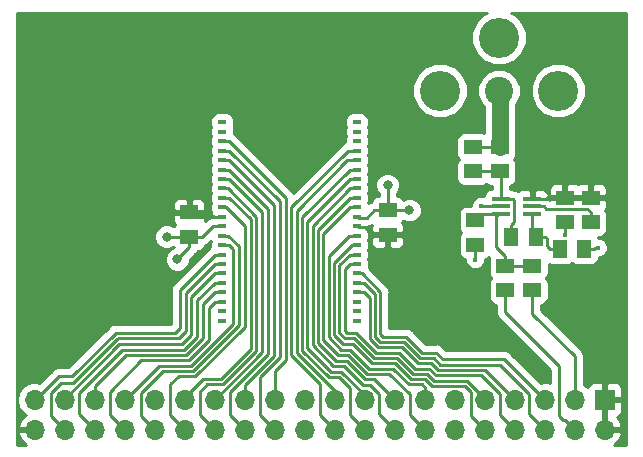
<source format=gbr>
G04 #@! TF.GenerationSoftware,KiCad,Pcbnew,(5.0.0-rc2-dev-321-g78161b592)*
G04 #@! TF.CreationDate,2018-04-15T21:01:50-04:00*
G04 #@! TF.ProjectId,VideoDACRAM,566964656F44414352414D2E6B696361,rev?*
G04 #@! TF.SameCoordinates,Original*
G04 #@! TF.FileFunction,Copper,L1,Top,Signal*
G04 #@! TF.FilePolarity,Positive*
%FSLAX46Y46*%
G04 Gerber Fmt 4.6, Leading zero omitted, Abs format (unit mm)*
G04 Created by KiCad (PCBNEW (5.0.0-rc2-dev-321-g78161b592)) date 04/15/18 21:01:50*
%MOMM*%
%LPD*%
G01*
G04 APERTURE LIST*
%ADD10C,2.400000*%
%ADD11C,3.400000*%
%ADD12R,1.500000X1.145000*%
%ADD13R,0.700000X0.400000*%
%ADD14R,1.700000X1.700000*%
%ADD15O,1.700000X1.700000*%
%ADD16R,1.145000X1.500000*%
%ADD17R,1.500000X0.400000*%
%ADD18C,0.381000*%
%ADD19C,0.800000*%
%ADD20C,0.254000*%
%ADD21C,0.250000*%
%ADD22C,1.400000*%
G04 APERTURE END LIST*
D10*
X129540000Y-57332000D03*
D11*
X129540000Y-52832000D03*
X134540000Y-57332000D03*
X124540000Y-57332000D03*
D12*
X103300000Y-67600000D03*
X103300000Y-69685000D03*
D13*
X106100000Y-60000000D03*
X106100000Y-60800000D03*
X106100000Y-61600000D03*
X106100000Y-62400000D03*
X106100000Y-63200000D03*
X106100000Y-64000000D03*
X106100000Y-64800000D03*
X106100000Y-65600000D03*
X106100000Y-66400000D03*
X106100000Y-67200000D03*
X106100000Y-68000000D03*
X106100000Y-68800000D03*
X106100000Y-69600000D03*
X106100000Y-70400000D03*
X106100000Y-71200000D03*
X106100000Y-72000000D03*
X106100000Y-72800000D03*
X106100000Y-73600000D03*
X106100000Y-74400000D03*
X106100000Y-75200000D03*
X106100000Y-76000000D03*
X106100000Y-76800000D03*
X117500000Y-76800000D03*
X117500000Y-76000000D03*
X117500000Y-75200000D03*
X117500000Y-74400000D03*
X117500000Y-73600000D03*
X117500000Y-72800000D03*
X117500000Y-72000000D03*
X117500000Y-71200000D03*
X117500000Y-70400000D03*
X117500000Y-69600000D03*
X117500000Y-68800000D03*
X117500000Y-68000000D03*
X117500000Y-67200000D03*
X117500000Y-66400000D03*
X117500000Y-65600000D03*
X117500000Y-64800000D03*
X117500000Y-64000000D03*
X117500000Y-63200000D03*
X117500000Y-62400000D03*
X117500000Y-61600000D03*
X117500000Y-60800000D03*
X117500000Y-60000000D03*
D12*
X130048000Y-72136000D03*
X130048000Y-74221000D03*
X132334000Y-74221000D03*
X132334000Y-72136000D03*
X135114000Y-66377500D03*
X135114000Y-68462500D03*
X120100000Y-69530000D03*
X120100000Y-67445000D03*
D14*
X138500000Y-83500000D03*
D15*
X138500000Y-86040000D03*
X135960000Y-83500000D03*
X135960000Y-86040000D03*
X133420000Y-83500000D03*
X133420000Y-86040000D03*
X130880000Y-83500000D03*
X130880000Y-86040000D03*
X128340000Y-83500000D03*
X128340000Y-86040000D03*
X125800000Y-83500000D03*
X125800000Y-86040000D03*
X123260000Y-83500000D03*
X123260000Y-86040000D03*
X120720000Y-83500000D03*
X120720000Y-86040000D03*
X118180000Y-83500000D03*
X118180000Y-86040000D03*
X115640000Y-83500000D03*
X115640000Y-86040000D03*
X113100000Y-83500000D03*
X113100000Y-86040000D03*
X110560000Y-83500000D03*
X110560000Y-86040000D03*
X108020000Y-83500000D03*
X108020000Y-86040000D03*
X105480000Y-83500000D03*
X105480000Y-86040000D03*
X102940000Y-83500000D03*
X102940000Y-86040000D03*
X100400000Y-83500000D03*
X100400000Y-86040000D03*
X97860000Y-83500000D03*
X97860000Y-86040000D03*
X95320000Y-83500000D03*
X95320000Y-86040000D03*
X92780000Y-83500000D03*
X92780000Y-86040000D03*
X90240000Y-83500000D03*
X90240000Y-86040000D03*
D12*
X127508000Y-68299500D03*
X127508000Y-70384500D03*
D16*
X134671500Y-70720000D03*
X136756500Y-70720000D03*
X130571500Y-69720000D03*
X132656500Y-69720000D03*
D12*
X137314000Y-68462500D03*
X137314000Y-66377500D03*
X129614000Y-64162500D03*
X129614000Y-62077500D03*
X127314000Y-62077500D03*
X127314000Y-64162500D03*
D17*
X129684000Y-66470000D03*
X129684000Y-67120000D03*
X129684000Y-67770000D03*
X132344000Y-67770000D03*
X132344000Y-67120000D03*
X132344000Y-66470000D03*
D18*
X127508000Y-71628000D03*
X137922000Y-70612000D03*
X135114000Y-69582000D03*
X128016000Y-67056000D03*
D19*
X102300000Y-71600000D03*
X101385000Y-69685000D03*
X121955000Y-67445000D03*
X120100000Y-65300000D03*
D20*
X135114000Y-66377500D02*
X137314000Y-66377500D01*
X132344000Y-66470000D02*
X135021500Y-66470000D01*
X135021500Y-66470000D02*
X135114000Y-66377500D01*
D21*
X106100000Y-68000000D02*
X103700000Y-68000000D01*
X103700000Y-68000000D02*
X103300000Y-67600000D01*
X103609357Y-67909357D02*
X103300000Y-67600000D01*
D20*
X127508000Y-70384500D02*
X127508000Y-71628000D01*
X137691000Y-70612000D02*
X137922000Y-70612000D01*
X136756500Y-70720000D02*
X137583000Y-70720000D01*
X137583000Y-70720000D02*
X137691000Y-70612000D01*
X135114000Y-69289000D02*
X135114000Y-69582000D01*
X135114000Y-68462500D02*
X135114000Y-69289000D01*
X135114000Y-69289000D02*
X135128000Y-69303000D01*
X128080000Y-67120000D02*
X128016000Y-67056000D01*
X129684000Y-67120000D02*
X128080000Y-67120000D01*
D21*
X105300000Y-68800000D02*
X104415000Y-69685000D01*
X104415000Y-69685000D02*
X103300000Y-69685000D01*
X106100000Y-68800000D02*
X105300000Y-68800000D01*
X103300000Y-69685000D02*
X103300000Y-70600000D01*
X103300000Y-70600000D02*
X102300000Y-71600000D01*
X103300000Y-69685000D02*
X101385000Y-69685000D01*
X120100000Y-67445000D02*
X121955000Y-67445000D01*
X120100000Y-67445000D02*
X120100000Y-65300000D01*
X124383202Y-80974970D02*
X128354970Y-80974970D01*
X128354970Y-80974970D02*
X130880000Y-83500000D01*
X122645602Y-80399962D02*
X123808194Y-80399962D01*
X121295574Y-79049934D02*
X122645602Y-80399962D01*
X123808194Y-80399962D02*
X124383202Y-80974970D01*
X118600000Y-78345130D02*
X119304803Y-79049933D01*
X119304803Y-79049933D02*
X121295574Y-79049934D01*
X118600000Y-74900000D02*
X118600000Y-78345130D01*
X117500000Y-74400000D02*
X118100000Y-74400000D01*
X118100000Y-74400000D02*
X118600000Y-74900000D01*
X121481975Y-78599925D02*
X122832002Y-79949952D01*
X119499924Y-78599924D02*
X121481975Y-78599925D01*
X119050010Y-78150010D02*
X119499924Y-78599924D01*
X119050010Y-74550010D02*
X119050010Y-78150010D01*
X117500000Y-73600000D02*
X118100000Y-73600000D01*
X118100000Y-73600000D02*
X119050010Y-74550010D01*
X122832002Y-79949952D02*
X123994594Y-79949952D01*
X123994594Y-79949952D02*
X124569602Y-80524960D01*
X124569602Y-80524960D02*
X129624960Y-80524960D01*
X129624960Y-80524960D02*
X132100000Y-83000000D01*
X132100000Y-83000000D02*
X132100000Y-84720000D01*
X132100000Y-84720000D02*
X132570001Y-85190001D01*
X132570001Y-85190001D02*
X133420000Y-86040000D01*
X124180995Y-79499943D02*
X124756002Y-80074950D01*
X124756002Y-80074950D02*
X129994950Y-80074950D01*
X129994950Y-80074950D02*
X132570001Y-82650001D01*
X132570001Y-82650001D02*
X133420000Y-83500000D01*
X121668376Y-78149916D02*
X123018402Y-79499942D01*
X123018402Y-79499942D02*
X124180995Y-79499943D01*
X119500020Y-77963610D02*
X119686325Y-78149915D01*
X119686325Y-78149915D02*
X121668376Y-78149916D01*
X117936410Y-72800000D02*
X119500020Y-74363610D01*
X117500000Y-72800000D02*
X117936410Y-72800000D01*
X119500020Y-74363610D02*
X119500020Y-77963610D01*
X117468450Y-77849990D02*
X119118402Y-79499942D01*
X129600000Y-84760000D02*
X130880000Y-86040000D01*
X116686400Y-77849990D02*
X117468450Y-77849990D01*
X116900000Y-72000000D02*
X116500000Y-72400000D01*
X116500000Y-77663590D02*
X116686400Y-77849990D01*
X116500000Y-72400000D02*
X116500000Y-77663590D01*
X124196802Y-81424980D02*
X128003982Y-81424980D01*
X117500000Y-72000000D02*
X116900000Y-72000000D01*
X119118402Y-79499942D02*
X121109173Y-79499943D01*
X121109173Y-79499943D02*
X122459201Y-80849971D01*
X122459201Y-80849971D02*
X123621794Y-80849972D01*
X123621794Y-80849972D02*
X124196802Y-81424980D01*
X128003982Y-81424980D02*
X129600000Y-83020998D01*
X129600000Y-83020998D02*
X129600000Y-84760000D01*
X111500000Y-66400000D02*
X111500000Y-80100000D01*
X106100000Y-61600000D02*
X106700000Y-61600000D01*
X106700000Y-61600000D02*
X111500000Y-66400000D01*
X111500000Y-80100000D02*
X110560000Y-81040000D01*
X110560000Y-81040000D02*
X110560000Y-83500000D01*
X111000000Y-67200000D02*
X111000000Y-79900000D01*
X106100000Y-62400000D02*
X106700000Y-62400000D01*
X106700000Y-62400000D02*
X111000000Y-66700000D01*
X111000000Y-66700000D02*
X111000000Y-67200000D01*
X111000000Y-79900000D02*
X109300000Y-81600000D01*
X109300000Y-81600000D02*
X109300000Y-84780000D01*
X109300000Y-84780000D02*
X110560000Y-86040000D01*
X110500000Y-67000000D02*
X110500000Y-79763590D01*
X106100000Y-63200000D02*
X106700000Y-63200000D01*
X106700000Y-63200000D02*
X110500000Y-67000000D01*
X108020000Y-82243590D02*
X108020000Y-83500000D01*
X110500000Y-79763590D02*
X108020000Y-82243590D01*
X110000000Y-67500000D02*
X110000000Y-79627180D01*
X106100000Y-64000000D02*
X106700000Y-64000000D01*
X106700000Y-64000000D02*
X110000000Y-67300000D01*
X110000000Y-67300000D02*
X110000000Y-67500000D01*
X110000000Y-79627180D02*
X106800000Y-82827180D01*
X106800000Y-84820000D02*
X108020000Y-86040000D01*
X106800000Y-82827180D02*
X106800000Y-84820000D01*
X109500000Y-68500000D02*
X109500000Y-79480000D01*
X106100000Y-64800000D02*
X106700000Y-64800000D01*
X106700000Y-64800000D02*
X109500000Y-67600000D01*
X109500000Y-67600000D02*
X109500000Y-68500000D01*
X109500000Y-79480000D02*
X105480000Y-83500000D01*
X109000000Y-68700000D02*
X109000000Y-79343590D01*
X106600000Y-65600000D02*
X109000000Y-68000000D01*
X109000000Y-68000000D02*
X109000000Y-68700000D01*
X106100000Y-65600000D02*
X106600000Y-65600000D01*
X104800000Y-82200000D02*
X104200000Y-82800000D01*
X106143590Y-82200000D02*
X104800000Y-82200000D01*
X109000000Y-79343590D02*
X106143590Y-82200000D01*
X104200000Y-82800000D02*
X104200000Y-84760000D01*
X104200000Y-84760000D02*
X105480000Y-86040000D01*
X118165500Y-68865500D02*
X118830000Y-69530000D01*
X118830000Y-69530000D02*
X120100000Y-69530000D01*
X117556143Y-68865500D02*
X118165500Y-68865500D01*
X118334500Y-68065500D02*
X118955000Y-67445000D01*
X118955000Y-67445000D02*
X120100000Y-67445000D01*
X117556143Y-68065500D02*
X118334500Y-68065500D01*
X104500000Y-81700000D02*
X102940000Y-83260000D01*
X106007180Y-81700000D02*
X104500000Y-81700000D01*
X108500000Y-79207180D02*
X106007180Y-81700000D01*
X108500000Y-68200000D02*
X108500000Y-79207180D01*
X106100000Y-66400000D02*
X106700000Y-66400000D01*
X106700000Y-66400000D02*
X108500000Y-68200000D01*
X102940000Y-83260000D02*
X102940000Y-83500000D01*
X108000000Y-69000000D02*
X108000000Y-77318466D01*
X106100000Y-67200000D02*
X106435002Y-67200000D01*
X106435002Y-67200000D02*
X108000000Y-68764998D01*
X108000000Y-68764998D02*
X108000000Y-69000000D01*
X108000000Y-77318466D02*
X103818400Y-81500066D01*
X102399934Y-81500066D02*
X101700000Y-82200000D01*
X101700000Y-84800000D02*
X102940000Y-86040000D01*
X103818400Y-81500066D02*
X102399934Y-81500066D01*
X101700000Y-82200000D02*
X101700000Y-84800000D01*
X107500000Y-70500000D02*
X107500000Y-77182055D01*
X106100000Y-69600000D02*
X106600000Y-69600000D01*
X106600000Y-69600000D02*
X107500000Y-70500000D01*
X99200000Y-82960998D02*
X99200000Y-84840000D01*
X99200000Y-84840000D02*
X100400000Y-86040000D01*
X103632000Y-81050055D02*
X101110943Y-81050055D01*
X101110943Y-81050055D02*
X99200000Y-82960998D01*
X107500000Y-77182055D02*
X103632000Y-81050055D01*
X107000000Y-71100000D02*
X107000000Y-77045644D01*
X106100000Y-70400000D02*
X106700000Y-70400000D01*
X106700000Y-70400000D02*
X107000000Y-70700000D01*
X107000000Y-70700000D02*
X107000000Y-71100000D01*
X100759956Y-80600044D02*
X97860000Y-83500000D01*
X103445600Y-80600044D02*
X100759956Y-80600044D01*
X107000000Y-77045644D02*
X103445600Y-80600044D01*
X102500000Y-74400000D02*
X102500000Y-77400000D01*
X106100000Y-71200000D02*
X105500000Y-71200000D01*
X105500000Y-71200000D02*
X102500000Y-74200000D01*
X102500000Y-74200000D02*
X102500000Y-74400000D01*
X97100000Y-77800000D02*
X93400000Y-81500000D01*
X102100000Y-77800000D02*
X97100000Y-77800000D01*
X102500000Y-77400000D02*
X102100000Y-77800000D01*
X93400000Y-81500000D02*
X92240000Y-81500000D01*
X92240000Y-81500000D02*
X90240000Y-83500000D01*
X103049989Y-77650011D02*
X103049989Y-74700000D01*
X106100000Y-72000000D02*
X105500000Y-72000000D01*
X105500000Y-72000000D02*
X103049989Y-74450011D01*
X103049989Y-74450011D02*
X103049989Y-74700000D01*
X97213599Y-78349991D02*
X97250009Y-78349991D01*
X93463590Y-82100000D02*
X97213599Y-78349991D01*
X92440998Y-82100000D02*
X93463590Y-82100000D01*
X91604999Y-82935999D02*
X92440998Y-82100000D01*
X92780000Y-86040000D02*
X91604999Y-84864999D01*
X91604999Y-84864999D02*
X91604999Y-82935999D01*
X97250009Y-78349991D02*
X97300000Y-78300000D01*
X97300000Y-78300000D02*
X102400000Y-78300000D01*
X102400000Y-78300000D02*
X103049989Y-77650011D01*
X103500000Y-75000000D02*
X103500000Y-78000000D01*
X106100000Y-72800000D02*
X105500000Y-72800000D01*
X105500000Y-72800000D02*
X103500000Y-74800000D01*
X103500000Y-74800000D02*
X103500000Y-75000000D01*
X103500000Y-78000000D02*
X102700000Y-78800000D01*
X102700000Y-78800000D02*
X97400000Y-78800000D01*
X97400000Y-78800000D02*
X92780000Y-83420000D01*
X92780000Y-83420000D02*
X92780000Y-83500000D01*
X104000000Y-75400000D02*
X104000000Y-78136411D01*
X106100000Y-73600000D02*
X105463590Y-73600000D01*
X105463590Y-73600000D02*
X104000000Y-75063590D01*
X104000000Y-75063590D02*
X104000000Y-75400000D01*
X97649989Y-79250011D02*
X93955001Y-82944999D01*
X102886400Y-79250011D02*
X97649989Y-79250011D01*
X93955001Y-82944999D02*
X93955001Y-84675001D01*
X104000000Y-78136411D02*
X102886400Y-79250011D01*
X93955001Y-84675001D02*
X95320000Y-86040000D01*
X97917897Y-79700022D02*
X95320000Y-82297919D01*
X103072800Y-79700022D02*
X97917897Y-79700022D01*
X104500000Y-78272822D02*
X103072800Y-79700022D01*
X104500000Y-75400000D02*
X104500000Y-78272822D01*
X106100000Y-74400000D02*
X105500000Y-74400000D01*
X105500000Y-74400000D02*
X104500000Y-75400000D01*
X95320000Y-82297919D02*
X95320000Y-83500000D01*
X105000000Y-75800000D02*
X105000000Y-78409233D01*
X106100000Y-75200000D02*
X105500000Y-75200000D01*
X105500000Y-75200000D02*
X105000000Y-75700000D01*
X105000000Y-75700000D02*
X105000000Y-75800000D01*
X99249967Y-80150033D02*
X96600000Y-82800000D01*
X103259200Y-80150033D02*
X99249967Y-80150033D01*
X105000000Y-78409233D02*
X103259200Y-80150033D01*
X96600000Y-82800000D02*
X96600000Y-84780000D01*
X96600000Y-84780000D02*
X97860000Y-86040000D01*
X116000100Y-72300000D02*
X116000100Y-77800100D01*
X117500000Y-71200000D02*
X116900000Y-71200000D01*
X116900000Y-71200000D02*
X116000100Y-72099900D01*
X116000100Y-72099900D02*
X116000100Y-72300000D01*
X117282050Y-78300000D02*
X118932001Y-79949951D01*
X116500000Y-78300000D02*
X117282050Y-78300000D01*
X116000100Y-77800100D02*
X116500000Y-78300000D01*
X118932001Y-79949951D02*
X120922772Y-79949952D01*
X120922772Y-79949952D02*
X122272800Y-81299980D01*
X122272800Y-81299980D02*
X123435393Y-81299981D01*
X123435393Y-81299981D02*
X124010402Y-81874990D01*
X128340000Y-83403590D02*
X128340000Y-83500000D01*
X124010402Y-81874990D02*
X126811400Y-81874990D01*
X126811400Y-81874990D02*
X128340000Y-83403590D01*
X115550090Y-72000000D02*
X115550090Y-78013680D01*
X117500000Y-70400000D02*
X117063590Y-70400000D01*
X117063590Y-70400000D02*
X115550090Y-71913500D01*
X115550090Y-71913500D02*
X115550090Y-72000000D01*
X117145622Y-78799982D02*
X118745600Y-80399960D01*
X116336391Y-78799981D02*
X117145622Y-78799982D01*
X115550090Y-78013680D02*
X116336391Y-78799981D01*
X126624999Y-82324999D02*
X127164999Y-82864999D01*
X118745600Y-80399960D02*
X120736371Y-80399961D01*
X120736371Y-80399961D02*
X122086400Y-81749990D01*
X122086400Y-81749990D02*
X123248992Y-81749990D01*
X123248992Y-81749990D02*
X123824001Y-82324999D01*
X123824001Y-82324999D02*
X126624999Y-82324999D01*
X127164999Y-82864999D02*
X127164999Y-84864999D01*
X127164999Y-84864999D02*
X128340000Y-86040000D01*
X116959221Y-79249991D02*
X118559200Y-80849970D01*
X115100080Y-71299920D02*
X115100080Y-78200080D01*
X116149990Y-79249990D02*
X116959221Y-79249991D01*
X123000000Y-82200000D02*
X123260000Y-82460000D01*
X115100080Y-78200080D02*
X116149990Y-79249990D01*
X117500000Y-69600000D02*
X116800000Y-69600000D01*
X118559200Y-80849970D02*
X120549970Y-80849970D01*
X116800000Y-69600000D02*
X115100080Y-71299920D01*
X120549970Y-80849970D02*
X121900000Y-82200000D01*
X121900000Y-82200000D02*
X123000000Y-82200000D01*
X123260000Y-82460000D02*
X123260000Y-83500000D01*
X114650070Y-69600000D02*
X114650070Y-78450070D01*
X117500000Y-67200000D02*
X116900000Y-67200000D01*
X116900000Y-67200000D02*
X114650070Y-69449930D01*
X114650070Y-69449930D02*
X114650070Y-69600000D01*
X116772820Y-79700000D02*
X118372800Y-81299980D01*
X115900000Y-79700000D02*
X116772820Y-79700000D01*
X114650070Y-78450070D02*
X115900000Y-79700000D01*
X118372800Y-81299980D02*
X120258982Y-81299980D01*
X120258982Y-81299980D02*
X122000000Y-83040998D01*
X122000000Y-84780000D02*
X123260000Y-86040000D01*
X122000000Y-83040998D02*
X122000000Y-84780000D01*
X114200060Y-69300000D02*
X114200060Y-78700060D01*
X117500000Y-66400000D02*
X116900000Y-66400000D01*
X116900000Y-66400000D02*
X114200060Y-69099940D01*
X114200060Y-69099940D02*
X114200060Y-69300000D01*
X116636409Y-80200000D02*
X118186400Y-81749991D01*
X115700000Y-80200000D02*
X116636409Y-80200000D01*
X118186400Y-81749991D02*
X118969991Y-81749991D01*
X114200060Y-78700060D02*
X115700000Y-80200000D01*
X118969991Y-81749991D02*
X120720000Y-83500000D01*
X117500000Y-65600000D02*
X116900000Y-65600000D01*
X116900000Y-65600000D02*
X113750049Y-68749951D01*
X113750049Y-68749951D02*
X113750049Y-78886460D01*
X119400000Y-83000000D02*
X119400000Y-84720000D01*
X118619002Y-82219002D02*
X119400000Y-83000000D01*
X115513600Y-80650011D02*
X116450010Y-80650011D01*
X113750049Y-78886460D02*
X115513600Y-80650011D01*
X119400000Y-84720000D02*
X120720000Y-86040000D01*
X116450010Y-80650011D02*
X118019002Y-82219002D01*
X118019002Y-82219002D02*
X118619002Y-82219002D01*
X113300040Y-68400000D02*
X113300040Y-79100040D01*
X117500000Y-64800000D02*
X116900000Y-64800000D01*
X116900000Y-64800000D02*
X113300040Y-68399960D01*
X113300040Y-68399960D02*
X113300040Y-68400000D01*
X116200022Y-81100022D02*
X118180000Y-83080000D01*
X115300022Y-81100022D02*
X116200022Y-81100022D01*
X113300040Y-79100040D02*
X115300022Y-81100022D01*
X118180000Y-83080000D02*
X118180000Y-83500000D01*
X112850030Y-68100000D02*
X112850030Y-79350030D01*
X117500000Y-64000000D02*
X116900000Y-64000000D01*
X116900000Y-64000000D02*
X112850030Y-68049970D01*
X112850030Y-68049970D02*
X112850030Y-68100000D01*
X116000000Y-81600000D02*
X116900000Y-82500000D01*
X112850030Y-79350030D02*
X115100000Y-81600000D01*
X115100000Y-81600000D02*
X116000000Y-81600000D01*
X116900000Y-82500000D02*
X116900000Y-84760000D01*
X116900000Y-84760000D02*
X118180000Y-86040000D01*
X112400019Y-67500000D02*
X112400019Y-79536430D01*
X117500000Y-63200000D02*
X116700019Y-63200000D01*
X116700019Y-63200000D02*
X112400019Y-67500000D01*
X112400019Y-79536430D02*
X115640000Y-82776411D01*
X115640000Y-82776411D02*
X115640000Y-83500000D01*
X116750010Y-62400000D02*
X111950010Y-67200000D01*
X117500000Y-62400000D02*
X116750010Y-62400000D01*
X111950010Y-67200000D02*
X111950010Y-79722832D01*
X111950010Y-79722832D02*
X114400000Y-82172822D01*
X114400000Y-82172822D02*
X114400000Y-84800000D01*
X114400000Y-84800000D02*
X115640000Y-86040000D01*
D20*
X132334000Y-76200000D02*
X135960000Y-79826000D01*
X135960000Y-79826000D02*
X135960000Y-83500000D01*
X132334000Y-74221000D02*
X132334000Y-76200000D01*
X135110001Y-85190001D02*
X134974001Y-85190001D01*
X135960000Y-86040000D02*
X135110001Y-85190001D01*
X134974001Y-85190001D02*
X134620000Y-84836000D01*
X134620000Y-84836000D02*
X134620000Y-80659198D01*
X134620000Y-80659198D02*
X130048000Y-76087198D01*
X130048000Y-76087198D02*
X130048000Y-74221000D01*
D22*
X129614000Y-62077500D02*
X129614000Y-57406000D01*
X129614000Y-57406000D02*
X129540000Y-57332000D01*
D20*
X127314000Y-62077500D02*
X129614000Y-62077500D01*
X130048000Y-71309500D02*
X129286000Y-70547500D01*
X130048000Y-72136000D02*
X130048000Y-71309500D01*
X129286000Y-70547500D02*
X129286000Y-67818000D01*
X129286000Y-67818000D02*
X129684000Y-67770000D01*
X132334000Y-72136000D02*
X130048000Y-72136000D01*
X129684000Y-67770000D02*
X128037500Y-67770000D01*
X128037500Y-67770000D02*
X127508000Y-68299500D01*
X133604000Y-69841000D02*
X133604000Y-70479000D01*
X133604000Y-70479000D02*
X133845000Y-70720000D01*
X133845000Y-70720000D02*
X134671500Y-70720000D01*
X132656500Y-69720000D02*
X133483000Y-69720000D01*
X133483000Y-69720000D02*
X133604000Y-69841000D01*
X132344000Y-67770000D02*
X132344000Y-69407500D01*
X132344000Y-69407500D02*
X132656500Y-69720000D01*
X127314000Y-64162500D02*
X129614000Y-64162500D01*
X129684000Y-66470000D02*
X129684000Y-64232500D01*
X129684000Y-64232500D02*
X129614000Y-64162500D01*
X130810000Y-68477500D02*
X130810000Y-66592000D01*
X130810000Y-66592000D02*
X130688000Y-66470000D01*
X130688000Y-66470000D02*
X129684000Y-66470000D01*
X130571500Y-69720000D02*
X130571500Y-68716000D01*
X130571500Y-68716000D02*
X130810000Y-68477500D01*
X132344000Y-67120000D02*
X133348000Y-67120000D01*
X133348000Y-67120000D02*
X133538000Y-67310000D01*
X133538000Y-67310000D02*
X136988000Y-67310000D01*
X136988000Y-67310000D02*
X137314000Y-67636000D01*
X137314000Y-67636000D02*
X137314000Y-68462500D01*
G36*
X128217329Y-50852483D02*
X127560483Y-51509329D01*
X127205000Y-52367540D01*
X127205000Y-53296460D01*
X127560483Y-54154671D01*
X128217329Y-54811517D01*
X129075540Y-55167000D01*
X130004460Y-55167000D01*
X130862671Y-54811517D01*
X131519517Y-54154671D01*
X131875000Y-53296460D01*
X131875000Y-52367540D01*
X131519517Y-51509329D01*
X130862671Y-50852483D01*
X130518687Y-50710000D01*
X140290001Y-50710000D01*
X140290000Y-87290000D01*
X139290675Y-87290000D01*
X139695183Y-86921358D01*
X139941486Y-86396892D01*
X139820819Y-86167000D01*
X138627000Y-86167000D01*
X138627000Y-86187000D01*
X138373000Y-86187000D01*
X138373000Y-86167000D01*
X138353000Y-86167000D01*
X138353000Y-85913000D01*
X138373000Y-85913000D01*
X138373000Y-83627000D01*
X138627000Y-83627000D01*
X138627000Y-85913000D01*
X139820819Y-85913000D01*
X139941486Y-85683108D01*
X139695183Y-85158642D01*
X139495792Y-84976930D01*
X139709699Y-84888327D01*
X139888327Y-84709698D01*
X139985000Y-84476309D01*
X139985000Y-83785750D01*
X139826250Y-83627000D01*
X138627000Y-83627000D01*
X138373000Y-83627000D01*
X138353000Y-83627000D01*
X138353000Y-83373000D01*
X138373000Y-83373000D01*
X138373000Y-82173750D01*
X138627000Y-82173750D01*
X138627000Y-83373000D01*
X139826250Y-83373000D01*
X139985000Y-83214250D01*
X139985000Y-82523691D01*
X139888327Y-82290302D01*
X139709699Y-82111673D01*
X139476310Y-82015000D01*
X138785750Y-82015000D01*
X138627000Y-82173750D01*
X138373000Y-82173750D01*
X138214250Y-82015000D01*
X137523690Y-82015000D01*
X137290301Y-82111673D01*
X137111673Y-82290302D01*
X137045096Y-82451033D01*
X137030625Y-82429375D01*
X136722000Y-82223158D01*
X136722000Y-79901042D01*
X136736927Y-79825999D01*
X136722000Y-79750956D01*
X136722000Y-79750952D01*
X136677788Y-79528683D01*
X136676678Y-79527021D01*
X136551882Y-79340251D01*
X136509371Y-79276629D01*
X136445750Y-79234119D01*
X133096000Y-75884370D01*
X133096000Y-75438553D01*
X133331765Y-75391657D01*
X133541809Y-75251309D01*
X133682157Y-75041265D01*
X133731440Y-74793500D01*
X133731440Y-73648500D01*
X133682157Y-73400735D01*
X133541809Y-73190691D01*
X133523564Y-73178500D01*
X133541809Y-73166309D01*
X133682157Y-72956265D01*
X133731440Y-72708500D01*
X133731440Y-71988112D01*
X133851235Y-72068157D01*
X134099000Y-72117440D01*
X135244000Y-72117440D01*
X135491765Y-72068157D01*
X135701809Y-71927809D01*
X135714000Y-71909564D01*
X135726191Y-71927809D01*
X135936235Y-72068157D01*
X136184000Y-72117440D01*
X137329000Y-72117440D01*
X137576765Y-72068157D01*
X137786809Y-71927809D01*
X137927157Y-71717765D01*
X137976440Y-71470000D01*
X137976440Y-71437500D01*
X138086202Y-71437500D01*
X138389608Y-71311826D01*
X138621826Y-71079608D01*
X138747500Y-70776202D01*
X138747500Y-70447798D01*
X138621826Y-70144392D01*
X138389608Y-69912174D01*
X138086202Y-69786500D01*
X137939940Y-69786500D01*
X137927157Y-69722235D01*
X137900567Y-69682440D01*
X138064000Y-69682440D01*
X138311765Y-69633157D01*
X138521809Y-69492809D01*
X138662157Y-69282765D01*
X138711440Y-69035000D01*
X138711440Y-67890000D01*
X138662157Y-67642235D01*
X138521809Y-67432191D01*
X138496647Y-67415378D01*
X138602327Y-67309698D01*
X138699000Y-67076309D01*
X138699000Y-66663250D01*
X138540250Y-66504500D01*
X137441000Y-66504500D01*
X137441000Y-66524500D01*
X137187000Y-66524500D01*
X137187000Y-66504500D01*
X135241000Y-66504500D01*
X135241000Y-66524500D01*
X134987000Y-66524500D01*
X134987000Y-66504500D01*
X133887750Y-66504500D01*
X133851962Y-66540288D01*
X133729000Y-66458127D01*
X133729000Y-66342998D01*
X133597252Y-66342998D01*
X133729000Y-66211250D01*
X133729000Y-66143690D01*
X133632327Y-65910301D01*
X133453698Y-65731673D01*
X133325789Y-65678691D01*
X133729000Y-65678691D01*
X133729000Y-66091750D01*
X133887750Y-66250500D01*
X134987000Y-66250500D01*
X134987000Y-65328750D01*
X135241000Y-65328750D01*
X135241000Y-66250500D01*
X137187000Y-66250500D01*
X137187000Y-65328750D01*
X137441000Y-65328750D01*
X137441000Y-66250500D01*
X138540250Y-66250500D01*
X138699000Y-66091750D01*
X138699000Y-65678691D01*
X138602327Y-65445302D01*
X138423699Y-65266673D01*
X138190310Y-65170000D01*
X137599750Y-65170000D01*
X137441000Y-65328750D01*
X137187000Y-65328750D01*
X137028250Y-65170000D01*
X136437690Y-65170000D01*
X136214000Y-65262656D01*
X135990310Y-65170000D01*
X135399750Y-65170000D01*
X135241000Y-65328750D01*
X134987000Y-65328750D01*
X134828250Y-65170000D01*
X134237690Y-65170000D01*
X134004301Y-65266673D01*
X133825673Y-65445302D01*
X133729000Y-65678691D01*
X133325789Y-65678691D01*
X133220309Y-65635000D01*
X132629750Y-65635000D01*
X132471000Y-65793750D01*
X132471000Y-66272560D01*
X132217000Y-66272560D01*
X132217000Y-65793750D01*
X132058250Y-65635000D01*
X131467691Y-65635000D01*
X131234302Y-65731673D01*
X131122260Y-65843714D01*
X130985317Y-65752212D01*
X130763048Y-65708000D01*
X130763043Y-65708000D01*
X130724362Y-65700306D01*
X130681765Y-65671843D01*
X130446000Y-65624947D01*
X130446000Y-65366129D01*
X130611765Y-65333157D01*
X130821809Y-65192809D01*
X130962157Y-64982765D01*
X131011440Y-64735000D01*
X131011440Y-63590000D01*
X130962157Y-63342235D01*
X130821809Y-63132191D01*
X130803564Y-63120000D01*
X130821809Y-63107809D01*
X130962157Y-62897765D01*
X131011440Y-62650000D01*
X131011440Y-61505000D01*
X130962157Y-61257235D01*
X130949000Y-61237544D01*
X130949000Y-58518082D01*
X131095638Y-58371444D01*
X131375000Y-57697004D01*
X131375000Y-56966996D01*
X131333805Y-56867540D01*
X132205000Y-56867540D01*
X132205000Y-57796460D01*
X132560483Y-58654671D01*
X133217329Y-59311517D01*
X134075540Y-59667000D01*
X135004460Y-59667000D01*
X135862671Y-59311517D01*
X136519517Y-58654671D01*
X136875000Y-57796460D01*
X136875000Y-56867540D01*
X136519517Y-56009329D01*
X135862671Y-55352483D01*
X135004460Y-54997000D01*
X134075540Y-54997000D01*
X133217329Y-55352483D01*
X132560483Y-56009329D01*
X132205000Y-56867540D01*
X131333805Y-56867540D01*
X131095638Y-56292556D01*
X130579444Y-55776362D01*
X129905004Y-55497000D01*
X129174996Y-55497000D01*
X128500556Y-55776362D01*
X127984362Y-56292556D01*
X127705000Y-56966996D01*
X127705000Y-57697004D01*
X127984362Y-58371444D01*
X128279001Y-58666083D01*
X128279000Y-60900326D01*
X128064000Y-60857560D01*
X126564000Y-60857560D01*
X126316235Y-60906843D01*
X126106191Y-61047191D01*
X125965843Y-61257235D01*
X125916560Y-61505000D01*
X125916560Y-62650000D01*
X125965843Y-62897765D01*
X126106191Y-63107809D01*
X126124436Y-63120000D01*
X126106191Y-63132191D01*
X125965843Y-63342235D01*
X125916560Y-63590000D01*
X125916560Y-64735000D01*
X125965843Y-64982765D01*
X126106191Y-65192809D01*
X126316235Y-65333157D01*
X126564000Y-65382440D01*
X128064000Y-65382440D01*
X128311765Y-65333157D01*
X128464000Y-65231436D01*
X128616235Y-65333157D01*
X128864000Y-65382440D01*
X128922000Y-65382440D01*
X128922000Y-65624947D01*
X128686235Y-65671843D01*
X128476191Y-65812191D01*
X128335843Y-66022235D01*
X128286560Y-66270000D01*
X128286560Y-66274555D01*
X128180202Y-66230500D01*
X127851798Y-66230500D01*
X127548392Y-66356174D01*
X127316174Y-66588392D01*
X127190500Y-66891798D01*
X127190500Y-67079560D01*
X126758000Y-67079560D01*
X126510235Y-67128843D01*
X126300191Y-67269191D01*
X126159843Y-67479235D01*
X126110560Y-67727000D01*
X126110560Y-68872000D01*
X126159843Y-69119765D01*
X126300191Y-69329809D01*
X126318436Y-69342000D01*
X126300191Y-69354191D01*
X126159843Y-69564235D01*
X126110560Y-69812000D01*
X126110560Y-70957000D01*
X126159843Y-71204765D01*
X126300191Y-71414809D01*
X126510235Y-71555157D01*
X126682500Y-71589422D01*
X126682500Y-71792202D01*
X126808174Y-72095608D01*
X127040392Y-72327826D01*
X127343798Y-72453500D01*
X127672202Y-72453500D01*
X127975608Y-72327826D01*
X128207826Y-72095608D01*
X128333500Y-71792202D01*
X128333500Y-71589422D01*
X128505765Y-71555157D01*
X128674668Y-71442299D01*
X128650560Y-71563500D01*
X128650560Y-72708500D01*
X128699843Y-72956265D01*
X128840191Y-73166309D01*
X128858436Y-73178500D01*
X128840191Y-73190691D01*
X128699843Y-73400735D01*
X128650560Y-73648500D01*
X128650560Y-74793500D01*
X128699843Y-75041265D01*
X128840191Y-75251309D01*
X129050235Y-75391657D01*
X129286000Y-75438553D01*
X129286000Y-76012154D01*
X129271073Y-76087198D01*
X129286000Y-76162241D01*
X129286000Y-76162245D01*
X129330212Y-76384514D01*
X129498629Y-76636569D01*
X129562253Y-76679081D01*
X133858001Y-80974830D01*
X133858001Y-82073031D01*
X133566256Y-82015000D01*
X133273744Y-82015000D01*
X133053593Y-82058791D01*
X130585281Y-79590480D01*
X130542879Y-79527021D01*
X130291487Y-79359046D01*
X130069802Y-79314950D01*
X130069797Y-79314950D01*
X129994950Y-79300062D01*
X129920103Y-79314950D01*
X125070804Y-79314950D01*
X124771324Y-79015471D01*
X124728924Y-78952015D01*
X124647966Y-78897920D01*
X124477532Y-78784040D01*
X124180995Y-78725055D01*
X124106144Y-78739944D01*
X123333204Y-78739943D01*
X122258704Y-77665443D01*
X122216305Y-77601988D01*
X122148854Y-77556918D01*
X121964913Y-77434013D01*
X121842538Y-77409671D01*
X121743228Y-77389917D01*
X121668376Y-77375028D01*
X121593525Y-77389917D01*
X120260020Y-77389916D01*
X120260020Y-74438456D01*
X120274908Y-74363609D01*
X120260020Y-74288762D01*
X120260020Y-74288758D01*
X120215924Y-74067073D01*
X120172498Y-74002081D01*
X120090349Y-73879136D01*
X120090347Y-73879134D01*
X120047949Y-73815681D01*
X119984496Y-73773283D01*
X118526741Y-72315530D01*
X118486453Y-72255235D01*
X118497440Y-72200000D01*
X118497440Y-71800000D01*
X118457658Y-71600000D01*
X118497440Y-71400000D01*
X118497440Y-71000000D01*
X118457658Y-70800000D01*
X118497440Y-70600000D01*
X118497440Y-70200000D01*
X118457658Y-70000000D01*
X118494307Y-69815750D01*
X118715000Y-69815750D01*
X118715000Y-70228809D01*
X118811673Y-70462198D01*
X118990301Y-70640827D01*
X119223690Y-70737500D01*
X119814250Y-70737500D01*
X119973000Y-70578750D01*
X119973000Y-69657000D01*
X120227000Y-69657000D01*
X120227000Y-70578750D01*
X120385750Y-70737500D01*
X120976310Y-70737500D01*
X121209699Y-70640827D01*
X121388327Y-70462198D01*
X121485000Y-70228809D01*
X121485000Y-69815750D01*
X121326250Y-69657000D01*
X120227000Y-69657000D01*
X119973000Y-69657000D01*
X118873750Y-69657000D01*
X118715000Y-69815750D01*
X118494307Y-69815750D01*
X118497440Y-69800000D01*
X118497440Y-69400000D01*
X118456626Y-69194811D01*
X118485000Y-69126309D01*
X118485000Y-69058750D01*
X118353252Y-68927002D01*
X118485000Y-68927002D01*
X118485000Y-68810453D01*
X118631037Y-68781404D01*
X118775646Y-68684779D01*
X118715000Y-68831191D01*
X118715000Y-69244250D01*
X118873750Y-69403000D01*
X119973000Y-69403000D01*
X119973000Y-69383000D01*
X120227000Y-69383000D01*
X120227000Y-69403000D01*
X121326250Y-69403000D01*
X121485000Y-69244250D01*
X121485000Y-68831191D01*
X121388327Y-68597802D01*
X121282647Y-68492122D01*
X121307809Y-68475309D01*
X121401020Y-68335810D01*
X121749126Y-68480000D01*
X122160874Y-68480000D01*
X122541280Y-68322431D01*
X122832431Y-68031280D01*
X122990000Y-67650874D01*
X122990000Y-67239126D01*
X122832431Y-66858720D01*
X122541280Y-66567569D01*
X122160874Y-66410000D01*
X121749126Y-66410000D01*
X121401020Y-66554190D01*
X121307809Y-66414691D01*
X121097765Y-66274343D01*
X120860000Y-66227049D01*
X120860000Y-66003711D01*
X120977431Y-65886280D01*
X121135000Y-65505874D01*
X121135000Y-65094126D01*
X120977431Y-64713720D01*
X120686280Y-64422569D01*
X120305874Y-64265000D01*
X119894126Y-64265000D01*
X119513720Y-64422569D01*
X119222569Y-64713720D01*
X119065000Y-65094126D01*
X119065000Y-65505874D01*
X119222569Y-65886280D01*
X119340001Y-66003712D01*
X119340001Y-66227049D01*
X119102235Y-66274343D01*
X118892191Y-66414691D01*
X118751843Y-66624735D01*
X118734076Y-66714056D01*
X118658463Y-66729096D01*
X118468767Y-66855847D01*
X118457658Y-66800000D01*
X118497440Y-66600000D01*
X118497440Y-66200000D01*
X118457658Y-66000000D01*
X118497440Y-65800000D01*
X118497440Y-65400000D01*
X118457658Y-65200000D01*
X118497440Y-65000000D01*
X118497440Y-64600000D01*
X118457658Y-64400000D01*
X118497440Y-64200000D01*
X118497440Y-63800000D01*
X118457658Y-63600000D01*
X118497440Y-63400000D01*
X118497440Y-63000000D01*
X118457658Y-62800000D01*
X118497440Y-62600000D01*
X118497440Y-62200000D01*
X118457658Y-62000000D01*
X118497440Y-61800000D01*
X118497440Y-61400000D01*
X118457658Y-61200000D01*
X118497440Y-61000000D01*
X118497440Y-60600000D01*
X118457658Y-60400000D01*
X118497440Y-60200000D01*
X118497440Y-59800000D01*
X118448157Y-59552235D01*
X118307809Y-59342191D01*
X118097765Y-59201843D01*
X117850000Y-59152560D01*
X117150000Y-59152560D01*
X116902235Y-59201843D01*
X116692191Y-59342191D01*
X116551843Y-59552235D01*
X116502560Y-59800000D01*
X116502560Y-60200000D01*
X116542342Y-60400000D01*
X116502560Y-60600000D01*
X116502560Y-61000000D01*
X116542342Y-61200000D01*
X116502560Y-61400000D01*
X116502560Y-61674332D01*
X116453473Y-61684096D01*
X116202081Y-61852071D01*
X116159681Y-61915527D01*
X112118108Y-65957101D01*
X112047929Y-65852071D01*
X111984473Y-65809671D01*
X107290331Y-61115530D01*
X107247929Y-61052071D01*
X107097440Y-60951517D01*
X107097440Y-60600000D01*
X107057658Y-60400000D01*
X107097440Y-60200000D01*
X107097440Y-59800000D01*
X107048157Y-59552235D01*
X106907809Y-59342191D01*
X106697765Y-59201843D01*
X106450000Y-59152560D01*
X105750000Y-59152560D01*
X105502235Y-59201843D01*
X105292191Y-59342191D01*
X105151843Y-59552235D01*
X105102560Y-59800000D01*
X105102560Y-60200000D01*
X105142342Y-60400000D01*
X105102560Y-60600000D01*
X105102560Y-61000000D01*
X105142342Y-61200000D01*
X105102560Y-61400000D01*
X105102560Y-61800000D01*
X105142342Y-62000000D01*
X105102560Y-62200000D01*
X105102560Y-62600000D01*
X105142342Y-62800000D01*
X105102560Y-63000000D01*
X105102560Y-63400000D01*
X105142342Y-63600000D01*
X105102560Y-63800000D01*
X105102560Y-64200000D01*
X105142342Y-64400000D01*
X105102560Y-64600000D01*
X105102560Y-65000000D01*
X105142342Y-65200000D01*
X105102560Y-65400000D01*
X105102560Y-65800000D01*
X105142342Y-66000000D01*
X105102560Y-66200000D01*
X105102560Y-66600000D01*
X105142342Y-66800000D01*
X105102560Y-67000000D01*
X105102560Y-67400000D01*
X105143374Y-67605189D01*
X105115000Y-67673691D01*
X105115000Y-67741250D01*
X105273750Y-67900000D01*
X105355334Y-67900000D01*
X105502235Y-67998157D01*
X105511500Y-68000000D01*
X105502235Y-68001843D01*
X105445129Y-68040000D01*
X105374846Y-68040000D01*
X105299999Y-68025112D01*
X105225152Y-68040000D01*
X105225148Y-68040000D01*
X105003463Y-68084096D01*
X104752071Y-68252071D01*
X104709671Y-68315527D01*
X104655733Y-68369465D01*
X104685000Y-68298809D01*
X104685000Y-67885750D01*
X104526250Y-67727000D01*
X103427000Y-67727000D01*
X103427000Y-67747000D01*
X103173000Y-67747000D01*
X103173000Y-67727000D01*
X102073750Y-67727000D01*
X101915000Y-67885750D01*
X101915000Y-68298809D01*
X102011673Y-68532198D01*
X102117353Y-68637878D01*
X102092191Y-68654691D01*
X101982526Y-68818815D01*
X101971280Y-68807569D01*
X101590874Y-68650000D01*
X101179126Y-68650000D01*
X100798720Y-68807569D01*
X100507569Y-69098720D01*
X100350000Y-69479126D01*
X100350000Y-69890874D01*
X100507569Y-70271280D01*
X100798720Y-70562431D01*
X101179126Y-70720000D01*
X101590874Y-70720000D01*
X101971280Y-70562431D01*
X101982526Y-70551185D01*
X102013948Y-70598211D01*
X101713720Y-70722569D01*
X101422569Y-71013720D01*
X101265000Y-71394126D01*
X101265000Y-71805874D01*
X101422569Y-72186280D01*
X101713720Y-72477431D01*
X102094126Y-72635000D01*
X102505874Y-72635000D01*
X102886280Y-72477431D01*
X103177431Y-72186280D01*
X103335000Y-71805874D01*
X103335000Y-71639801D01*
X103784473Y-71190329D01*
X103847929Y-71147929D01*
X104010289Y-70904940D01*
X104050000Y-70904940D01*
X104297765Y-70855657D01*
X104507809Y-70715309D01*
X104648157Y-70505265D01*
X104667160Y-70409731D01*
X104711537Y-70400904D01*
X104962929Y-70232929D01*
X105005331Y-70169470D01*
X105134282Y-70040519D01*
X105102560Y-70200000D01*
X105102560Y-70551517D01*
X105030001Y-70600000D01*
X104952071Y-70652071D01*
X104909671Y-70715527D01*
X102015530Y-73609669D01*
X101952071Y-73652071D01*
X101784096Y-73903464D01*
X101740000Y-74125149D01*
X101740000Y-74125153D01*
X101725112Y-74200000D01*
X101740000Y-74274847D01*
X101740000Y-74325149D01*
X101740001Y-77040000D01*
X97174846Y-77040000D01*
X97099999Y-77025112D01*
X97025152Y-77040000D01*
X97025148Y-77040000D01*
X96803463Y-77084096D01*
X96552071Y-77252071D01*
X96509671Y-77315527D01*
X93085199Y-80740000D01*
X92314846Y-80740000D01*
X92239999Y-80725112D01*
X92165152Y-80740000D01*
X92165148Y-80740000D01*
X91943463Y-80784096D01*
X91692071Y-80952071D01*
X91649671Y-81015527D01*
X90606408Y-82058791D01*
X90386256Y-82015000D01*
X90093744Y-82015000D01*
X89660582Y-82101161D01*
X89169375Y-82429375D01*
X88841161Y-82920582D01*
X88725908Y-83500000D01*
X88841161Y-84079418D01*
X89169375Y-84570625D01*
X89469786Y-84771353D01*
X89044817Y-85158642D01*
X88798514Y-85683108D01*
X88919181Y-85913000D01*
X90113000Y-85913000D01*
X90113000Y-85893000D01*
X90367000Y-85893000D01*
X90367000Y-85913000D01*
X90387000Y-85913000D01*
X90387000Y-86167000D01*
X90367000Y-86167000D01*
X90367000Y-86187000D01*
X90113000Y-86187000D01*
X90113000Y-86167000D01*
X88919181Y-86167000D01*
X88798514Y-86396892D01*
X89044817Y-86921358D01*
X89449325Y-87290000D01*
X88710000Y-87290000D01*
X88710000Y-66901191D01*
X101915000Y-66901191D01*
X101915000Y-67314250D01*
X102073750Y-67473000D01*
X103173000Y-67473000D01*
X103173000Y-66551250D01*
X103427000Y-66551250D01*
X103427000Y-67473000D01*
X104526250Y-67473000D01*
X104685000Y-67314250D01*
X104685000Y-66901191D01*
X104588327Y-66667802D01*
X104409699Y-66489173D01*
X104176310Y-66392500D01*
X103585750Y-66392500D01*
X103427000Y-66551250D01*
X103173000Y-66551250D01*
X103014250Y-66392500D01*
X102423690Y-66392500D01*
X102190301Y-66489173D01*
X102011673Y-66667802D01*
X101915000Y-66901191D01*
X88710000Y-66901191D01*
X88710000Y-56867540D01*
X122205000Y-56867540D01*
X122205000Y-57796460D01*
X122560483Y-58654671D01*
X123217329Y-59311517D01*
X124075540Y-59667000D01*
X125004460Y-59667000D01*
X125862671Y-59311517D01*
X126519517Y-58654671D01*
X126875000Y-57796460D01*
X126875000Y-56867540D01*
X126519517Y-56009329D01*
X125862671Y-55352483D01*
X125004460Y-54997000D01*
X124075540Y-54997000D01*
X123217329Y-55352483D01*
X122560483Y-56009329D01*
X122205000Y-56867540D01*
X88710000Y-56867540D01*
X88710000Y-50710000D01*
X128561313Y-50710000D01*
X128217329Y-50852483D01*
X128217329Y-50852483D01*
G37*
X128217329Y-50852483D02*
X127560483Y-51509329D01*
X127205000Y-52367540D01*
X127205000Y-53296460D01*
X127560483Y-54154671D01*
X128217329Y-54811517D01*
X129075540Y-55167000D01*
X130004460Y-55167000D01*
X130862671Y-54811517D01*
X131519517Y-54154671D01*
X131875000Y-53296460D01*
X131875000Y-52367540D01*
X131519517Y-51509329D01*
X130862671Y-50852483D01*
X130518687Y-50710000D01*
X140290001Y-50710000D01*
X140290000Y-87290000D01*
X139290675Y-87290000D01*
X139695183Y-86921358D01*
X139941486Y-86396892D01*
X139820819Y-86167000D01*
X138627000Y-86167000D01*
X138627000Y-86187000D01*
X138373000Y-86187000D01*
X138373000Y-86167000D01*
X138353000Y-86167000D01*
X138353000Y-85913000D01*
X138373000Y-85913000D01*
X138373000Y-83627000D01*
X138627000Y-83627000D01*
X138627000Y-85913000D01*
X139820819Y-85913000D01*
X139941486Y-85683108D01*
X139695183Y-85158642D01*
X139495792Y-84976930D01*
X139709699Y-84888327D01*
X139888327Y-84709698D01*
X139985000Y-84476309D01*
X139985000Y-83785750D01*
X139826250Y-83627000D01*
X138627000Y-83627000D01*
X138373000Y-83627000D01*
X138353000Y-83627000D01*
X138353000Y-83373000D01*
X138373000Y-83373000D01*
X138373000Y-82173750D01*
X138627000Y-82173750D01*
X138627000Y-83373000D01*
X139826250Y-83373000D01*
X139985000Y-83214250D01*
X139985000Y-82523691D01*
X139888327Y-82290302D01*
X139709699Y-82111673D01*
X139476310Y-82015000D01*
X138785750Y-82015000D01*
X138627000Y-82173750D01*
X138373000Y-82173750D01*
X138214250Y-82015000D01*
X137523690Y-82015000D01*
X137290301Y-82111673D01*
X137111673Y-82290302D01*
X137045096Y-82451033D01*
X137030625Y-82429375D01*
X136722000Y-82223158D01*
X136722000Y-79901042D01*
X136736927Y-79825999D01*
X136722000Y-79750956D01*
X136722000Y-79750952D01*
X136677788Y-79528683D01*
X136676678Y-79527021D01*
X136551882Y-79340251D01*
X136509371Y-79276629D01*
X136445750Y-79234119D01*
X133096000Y-75884370D01*
X133096000Y-75438553D01*
X133331765Y-75391657D01*
X133541809Y-75251309D01*
X133682157Y-75041265D01*
X133731440Y-74793500D01*
X133731440Y-73648500D01*
X133682157Y-73400735D01*
X133541809Y-73190691D01*
X133523564Y-73178500D01*
X133541809Y-73166309D01*
X133682157Y-72956265D01*
X133731440Y-72708500D01*
X133731440Y-71988112D01*
X133851235Y-72068157D01*
X134099000Y-72117440D01*
X135244000Y-72117440D01*
X135491765Y-72068157D01*
X135701809Y-71927809D01*
X135714000Y-71909564D01*
X135726191Y-71927809D01*
X135936235Y-72068157D01*
X136184000Y-72117440D01*
X137329000Y-72117440D01*
X137576765Y-72068157D01*
X137786809Y-71927809D01*
X137927157Y-71717765D01*
X137976440Y-71470000D01*
X137976440Y-71437500D01*
X138086202Y-71437500D01*
X138389608Y-71311826D01*
X138621826Y-71079608D01*
X138747500Y-70776202D01*
X138747500Y-70447798D01*
X138621826Y-70144392D01*
X138389608Y-69912174D01*
X138086202Y-69786500D01*
X137939940Y-69786500D01*
X137927157Y-69722235D01*
X137900567Y-69682440D01*
X138064000Y-69682440D01*
X138311765Y-69633157D01*
X138521809Y-69492809D01*
X138662157Y-69282765D01*
X138711440Y-69035000D01*
X138711440Y-67890000D01*
X138662157Y-67642235D01*
X138521809Y-67432191D01*
X138496647Y-67415378D01*
X138602327Y-67309698D01*
X138699000Y-67076309D01*
X138699000Y-66663250D01*
X138540250Y-66504500D01*
X137441000Y-66504500D01*
X137441000Y-66524500D01*
X137187000Y-66524500D01*
X137187000Y-66504500D01*
X135241000Y-66504500D01*
X135241000Y-66524500D01*
X134987000Y-66524500D01*
X134987000Y-66504500D01*
X133887750Y-66504500D01*
X133851962Y-66540288D01*
X133729000Y-66458127D01*
X133729000Y-66342998D01*
X133597252Y-66342998D01*
X133729000Y-66211250D01*
X133729000Y-66143690D01*
X133632327Y-65910301D01*
X133453698Y-65731673D01*
X133325789Y-65678691D01*
X133729000Y-65678691D01*
X133729000Y-66091750D01*
X133887750Y-66250500D01*
X134987000Y-66250500D01*
X134987000Y-65328750D01*
X135241000Y-65328750D01*
X135241000Y-66250500D01*
X137187000Y-66250500D01*
X137187000Y-65328750D01*
X137441000Y-65328750D01*
X137441000Y-66250500D01*
X138540250Y-66250500D01*
X138699000Y-66091750D01*
X138699000Y-65678691D01*
X138602327Y-65445302D01*
X138423699Y-65266673D01*
X138190310Y-65170000D01*
X137599750Y-65170000D01*
X137441000Y-65328750D01*
X137187000Y-65328750D01*
X137028250Y-65170000D01*
X136437690Y-65170000D01*
X136214000Y-65262656D01*
X135990310Y-65170000D01*
X135399750Y-65170000D01*
X135241000Y-65328750D01*
X134987000Y-65328750D01*
X134828250Y-65170000D01*
X134237690Y-65170000D01*
X134004301Y-65266673D01*
X133825673Y-65445302D01*
X133729000Y-65678691D01*
X133325789Y-65678691D01*
X133220309Y-65635000D01*
X132629750Y-65635000D01*
X132471000Y-65793750D01*
X132471000Y-66272560D01*
X132217000Y-66272560D01*
X132217000Y-65793750D01*
X132058250Y-65635000D01*
X131467691Y-65635000D01*
X131234302Y-65731673D01*
X131122260Y-65843714D01*
X130985317Y-65752212D01*
X130763048Y-65708000D01*
X130763043Y-65708000D01*
X130724362Y-65700306D01*
X130681765Y-65671843D01*
X130446000Y-65624947D01*
X130446000Y-65366129D01*
X130611765Y-65333157D01*
X130821809Y-65192809D01*
X130962157Y-64982765D01*
X131011440Y-64735000D01*
X131011440Y-63590000D01*
X130962157Y-63342235D01*
X130821809Y-63132191D01*
X130803564Y-63120000D01*
X130821809Y-63107809D01*
X130962157Y-62897765D01*
X131011440Y-62650000D01*
X131011440Y-61505000D01*
X130962157Y-61257235D01*
X130949000Y-61237544D01*
X130949000Y-58518082D01*
X131095638Y-58371444D01*
X131375000Y-57697004D01*
X131375000Y-56966996D01*
X131333805Y-56867540D01*
X132205000Y-56867540D01*
X132205000Y-57796460D01*
X132560483Y-58654671D01*
X133217329Y-59311517D01*
X134075540Y-59667000D01*
X135004460Y-59667000D01*
X135862671Y-59311517D01*
X136519517Y-58654671D01*
X136875000Y-57796460D01*
X136875000Y-56867540D01*
X136519517Y-56009329D01*
X135862671Y-55352483D01*
X135004460Y-54997000D01*
X134075540Y-54997000D01*
X133217329Y-55352483D01*
X132560483Y-56009329D01*
X132205000Y-56867540D01*
X131333805Y-56867540D01*
X131095638Y-56292556D01*
X130579444Y-55776362D01*
X129905004Y-55497000D01*
X129174996Y-55497000D01*
X128500556Y-55776362D01*
X127984362Y-56292556D01*
X127705000Y-56966996D01*
X127705000Y-57697004D01*
X127984362Y-58371444D01*
X128279001Y-58666083D01*
X128279000Y-60900326D01*
X128064000Y-60857560D01*
X126564000Y-60857560D01*
X126316235Y-60906843D01*
X126106191Y-61047191D01*
X125965843Y-61257235D01*
X125916560Y-61505000D01*
X125916560Y-62650000D01*
X125965843Y-62897765D01*
X126106191Y-63107809D01*
X126124436Y-63120000D01*
X126106191Y-63132191D01*
X125965843Y-63342235D01*
X125916560Y-63590000D01*
X125916560Y-64735000D01*
X125965843Y-64982765D01*
X126106191Y-65192809D01*
X126316235Y-65333157D01*
X126564000Y-65382440D01*
X128064000Y-65382440D01*
X128311765Y-65333157D01*
X128464000Y-65231436D01*
X128616235Y-65333157D01*
X128864000Y-65382440D01*
X128922000Y-65382440D01*
X128922000Y-65624947D01*
X128686235Y-65671843D01*
X128476191Y-65812191D01*
X128335843Y-66022235D01*
X128286560Y-66270000D01*
X128286560Y-66274555D01*
X128180202Y-66230500D01*
X127851798Y-66230500D01*
X127548392Y-66356174D01*
X127316174Y-66588392D01*
X127190500Y-66891798D01*
X127190500Y-67079560D01*
X126758000Y-67079560D01*
X126510235Y-67128843D01*
X126300191Y-67269191D01*
X126159843Y-67479235D01*
X126110560Y-67727000D01*
X126110560Y-68872000D01*
X126159843Y-69119765D01*
X126300191Y-69329809D01*
X126318436Y-69342000D01*
X126300191Y-69354191D01*
X126159843Y-69564235D01*
X126110560Y-69812000D01*
X126110560Y-70957000D01*
X126159843Y-71204765D01*
X126300191Y-71414809D01*
X126510235Y-71555157D01*
X126682500Y-71589422D01*
X126682500Y-71792202D01*
X126808174Y-72095608D01*
X127040392Y-72327826D01*
X127343798Y-72453500D01*
X127672202Y-72453500D01*
X127975608Y-72327826D01*
X128207826Y-72095608D01*
X128333500Y-71792202D01*
X128333500Y-71589422D01*
X128505765Y-71555157D01*
X128674668Y-71442299D01*
X128650560Y-71563500D01*
X128650560Y-72708500D01*
X128699843Y-72956265D01*
X128840191Y-73166309D01*
X128858436Y-73178500D01*
X128840191Y-73190691D01*
X128699843Y-73400735D01*
X128650560Y-73648500D01*
X128650560Y-74793500D01*
X128699843Y-75041265D01*
X128840191Y-75251309D01*
X129050235Y-75391657D01*
X129286000Y-75438553D01*
X129286000Y-76012154D01*
X129271073Y-76087198D01*
X129286000Y-76162241D01*
X129286000Y-76162245D01*
X129330212Y-76384514D01*
X129498629Y-76636569D01*
X129562253Y-76679081D01*
X133858001Y-80974830D01*
X133858001Y-82073031D01*
X133566256Y-82015000D01*
X133273744Y-82015000D01*
X133053593Y-82058791D01*
X130585281Y-79590480D01*
X130542879Y-79527021D01*
X130291487Y-79359046D01*
X130069802Y-79314950D01*
X130069797Y-79314950D01*
X129994950Y-79300062D01*
X129920103Y-79314950D01*
X125070804Y-79314950D01*
X124771324Y-79015471D01*
X124728924Y-78952015D01*
X124647966Y-78897920D01*
X124477532Y-78784040D01*
X124180995Y-78725055D01*
X124106144Y-78739944D01*
X123333204Y-78739943D01*
X122258704Y-77665443D01*
X122216305Y-77601988D01*
X122148854Y-77556918D01*
X121964913Y-77434013D01*
X121842538Y-77409671D01*
X121743228Y-77389917D01*
X121668376Y-77375028D01*
X121593525Y-77389917D01*
X120260020Y-77389916D01*
X120260020Y-74438456D01*
X120274908Y-74363609D01*
X120260020Y-74288762D01*
X120260020Y-74288758D01*
X120215924Y-74067073D01*
X120172498Y-74002081D01*
X120090349Y-73879136D01*
X120090347Y-73879134D01*
X120047949Y-73815681D01*
X119984496Y-73773283D01*
X118526741Y-72315530D01*
X118486453Y-72255235D01*
X118497440Y-72200000D01*
X118497440Y-71800000D01*
X118457658Y-71600000D01*
X118497440Y-71400000D01*
X118497440Y-71000000D01*
X118457658Y-70800000D01*
X118497440Y-70600000D01*
X118497440Y-70200000D01*
X118457658Y-70000000D01*
X118494307Y-69815750D01*
X118715000Y-69815750D01*
X118715000Y-70228809D01*
X118811673Y-70462198D01*
X118990301Y-70640827D01*
X119223690Y-70737500D01*
X119814250Y-70737500D01*
X119973000Y-70578750D01*
X119973000Y-69657000D01*
X120227000Y-69657000D01*
X120227000Y-70578750D01*
X120385750Y-70737500D01*
X120976310Y-70737500D01*
X121209699Y-70640827D01*
X121388327Y-70462198D01*
X121485000Y-70228809D01*
X121485000Y-69815750D01*
X121326250Y-69657000D01*
X120227000Y-69657000D01*
X119973000Y-69657000D01*
X118873750Y-69657000D01*
X118715000Y-69815750D01*
X118494307Y-69815750D01*
X118497440Y-69800000D01*
X118497440Y-69400000D01*
X118456626Y-69194811D01*
X118485000Y-69126309D01*
X118485000Y-69058750D01*
X118353252Y-68927002D01*
X118485000Y-68927002D01*
X118485000Y-68810453D01*
X118631037Y-68781404D01*
X118775646Y-68684779D01*
X118715000Y-68831191D01*
X118715000Y-69244250D01*
X118873750Y-69403000D01*
X119973000Y-69403000D01*
X119973000Y-69383000D01*
X120227000Y-69383000D01*
X120227000Y-69403000D01*
X121326250Y-69403000D01*
X121485000Y-69244250D01*
X121485000Y-68831191D01*
X121388327Y-68597802D01*
X121282647Y-68492122D01*
X121307809Y-68475309D01*
X121401020Y-68335810D01*
X121749126Y-68480000D01*
X122160874Y-68480000D01*
X122541280Y-68322431D01*
X122832431Y-68031280D01*
X122990000Y-67650874D01*
X122990000Y-67239126D01*
X122832431Y-66858720D01*
X122541280Y-66567569D01*
X122160874Y-66410000D01*
X121749126Y-66410000D01*
X121401020Y-66554190D01*
X121307809Y-66414691D01*
X121097765Y-66274343D01*
X120860000Y-66227049D01*
X120860000Y-66003711D01*
X120977431Y-65886280D01*
X121135000Y-65505874D01*
X121135000Y-65094126D01*
X120977431Y-64713720D01*
X120686280Y-64422569D01*
X120305874Y-64265000D01*
X119894126Y-64265000D01*
X119513720Y-64422569D01*
X119222569Y-64713720D01*
X119065000Y-65094126D01*
X119065000Y-65505874D01*
X119222569Y-65886280D01*
X119340001Y-66003712D01*
X119340001Y-66227049D01*
X119102235Y-66274343D01*
X118892191Y-66414691D01*
X118751843Y-66624735D01*
X118734076Y-66714056D01*
X118658463Y-66729096D01*
X118468767Y-66855847D01*
X118457658Y-66800000D01*
X118497440Y-66600000D01*
X118497440Y-66200000D01*
X118457658Y-66000000D01*
X118497440Y-65800000D01*
X118497440Y-65400000D01*
X118457658Y-65200000D01*
X118497440Y-65000000D01*
X118497440Y-64600000D01*
X118457658Y-64400000D01*
X118497440Y-64200000D01*
X118497440Y-63800000D01*
X118457658Y-63600000D01*
X118497440Y-63400000D01*
X118497440Y-63000000D01*
X118457658Y-62800000D01*
X118497440Y-62600000D01*
X118497440Y-62200000D01*
X118457658Y-62000000D01*
X118497440Y-61800000D01*
X118497440Y-61400000D01*
X118457658Y-61200000D01*
X118497440Y-61000000D01*
X118497440Y-60600000D01*
X118457658Y-60400000D01*
X118497440Y-60200000D01*
X118497440Y-59800000D01*
X118448157Y-59552235D01*
X118307809Y-59342191D01*
X118097765Y-59201843D01*
X117850000Y-59152560D01*
X117150000Y-59152560D01*
X116902235Y-59201843D01*
X116692191Y-59342191D01*
X116551843Y-59552235D01*
X116502560Y-59800000D01*
X116502560Y-60200000D01*
X116542342Y-60400000D01*
X116502560Y-60600000D01*
X116502560Y-61000000D01*
X116542342Y-61200000D01*
X116502560Y-61400000D01*
X116502560Y-61674332D01*
X116453473Y-61684096D01*
X116202081Y-61852071D01*
X116159681Y-61915527D01*
X112118108Y-65957101D01*
X112047929Y-65852071D01*
X111984473Y-65809671D01*
X107290331Y-61115530D01*
X107247929Y-61052071D01*
X107097440Y-60951517D01*
X107097440Y-60600000D01*
X107057658Y-60400000D01*
X107097440Y-60200000D01*
X107097440Y-59800000D01*
X107048157Y-59552235D01*
X106907809Y-59342191D01*
X106697765Y-59201843D01*
X106450000Y-59152560D01*
X105750000Y-59152560D01*
X105502235Y-59201843D01*
X105292191Y-59342191D01*
X105151843Y-59552235D01*
X105102560Y-59800000D01*
X105102560Y-60200000D01*
X105142342Y-60400000D01*
X105102560Y-60600000D01*
X105102560Y-61000000D01*
X105142342Y-61200000D01*
X105102560Y-61400000D01*
X105102560Y-61800000D01*
X105142342Y-62000000D01*
X105102560Y-62200000D01*
X105102560Y-62600000D01*
X105142342Y-62800000D01*
X105102560Y-63000000D01*
X105102560Y-63400000D01*
X105142342Y-63600000D01*
X105102560Y-63800000D01*
X105102560Y-64200000D01*
X105142342Y-64400000D01*
X105102560Y-64600000D01*
X105102560Y-65000000D01*
X105142342Y-65200000D01*
X105102560Y-65400000D01*
X105102560Y-65800000D01*
X105142342Y-66000000D01*
X105102560Y-66200000D01*
X105102560Y-66600000D01*
X105142342Y-66800000D01*
X105102560Y-67000000D01*
X105102560Y-67400000D01*
X105143374Y-67605189D01*
X105115000Y-67673691D01*
X105115000Y-67741250D01*
X105273750Y-67900000D01*
X105355334Y-67900000D01*
X105502235Y-67998157D01*
X105511500Y-68000000D01*
X105502235Y-68001843D01*
X105445129Y-68040000D01*
X105374846Y-68040000D01*
X105299999Y-68025112D01*
X105225152Y-68040000D01*
X105225148Y-68040000D01*
X105003463Y-68084096D01*
X104752071Y-68252071D01*
X104709671Y-68315527D01*
X104655733Y-68369465D01*
X104685000Y-68298809D01*
X104685000Y-67885750D01*
X104526250Y-67727000D01*
X103427000Y-67727000D01*
X103427000Y-67747000D01*
X103173000Y-67747000D01*
X103173000Y-67727000D01*
X102073750Y-67727000D01*
X101915000Y-67885750D01*
X101915000Y-68298809D01*
X102011673Y-68532198D01*
X102117353Y-68637878D01*
X102092191Y-68654691D01*
X101982526Y-68818815D01*
X101971280Y-68807569D01*
X101590874Y-68650000D01*
X101179126Y-68650000D01*
X100798720Y-68807569D01*
X100507569Y-69098720D01*
X100350000Y-69479126D01*
X100350000Y-69890874D01*
X100507569Y-70271280D01*
X100798720Y-70562431D01*
X101179126Y-70720000D01*
X101590874Y-70720000D01*
X101971280Y-70562431D01*
X101982526Y-70551185D01*
X102013948Y-70598211D01*
X101713720Y-70722569D01*
X101422569Y-71013720D01*
X101265000Y-71394126D01*
X101265000Y-71805874D01*
X101422569Y-72186280D01*
X101713720Y-72477431D01*
X102094126Y-72635000D01*
X102505874Y-72635000D01*
X102886280Y-72477431D01*
X103177431Y-72186280D01*
X103335000Y-71805874D01*
X103335000Y-71639801D01*
X103784473Y-71190329D01*
X103847929Y-71147929D01*
X104010289Y-70904940D01*
X104050000Y-70904940D01*
X104297765Y-70855657D01*
X104507809Y-70715309D01*
X104648157Y-70505265D01*
X104667160Y-70409731D01*
X104711537Y-70400904D01*
X104962929Y-70232929D01*
X105005331Y-70169470D01*
X105134282Y-70040519D01*
X105102560Y-70200000D01*
X105102560Y-70551517D01*
X105030001Y-70600000D01*
X104952071Y-70652071D01*
X104909671Y-70715527D01*
X102015530Y-73609669D01*
X101952071Y-73652071D01*
X101784096Y-73903464D01*
X101740000Y-74125149D01*
X101740000Y-74125153D01*
X101725112Y-74200000D01*
X101740000Y-74274847D01*
X101740000Y-74325149D01*
X101740001Y-77040000D01*
X97174846Y-77040000D01*
X97099999Y-77025112D01*
X97025152Y-77040000D01*
X97025148Y-77040000D01*
X96803463Y-77084096D01*
X96552071Y-77252071D01*
X96509671Y-77315527D01*
X93085199Y-80740000D01*
X92314846Y-80740000D01*
X92239999Y-80725112D01*
X92165152Y-80740000D01*
X92165148Y-80740000D01*
X91943463Y-80784096D01*
X91692071Y-80952071D01*
X91649671Y-81015527D01*
X90606408Y-82058791D01*
X90386256Y-82015000D01*
X90093744Y-82015000D01*
X89660582Y-82101161D01*
X89169375Y-82429375D01*
X88841161Y-82920582D01*
X88725908Y-83500000D01*
X88841161Y-84079418D01*
X89169375Y-84570625D01*
X89469786Y-84771353D01*
X89044817Y-85158642D01*
X88798514Y-85683108D01*
X88919181Y-85913000D01*
X90113000Y-85913000D01*
X90113000Y-85893000D01*
X90367000Y-85893000D01*
X90367000Y-85913000D01*
X90387000Y-85913000D01*
X90387000Y-86167000D01*
X90367000Y-86167000D01*
X90367000Y-86187000D01*
X90113000Y-86187000D01*
X90113000Y-86167000D01*
X88919181Y-86167000D01*
X88798514Y-86396892D01*
X89044817Y-86921358D01*
X89449325Y-87290000D01*
X88710000Y-87290000D01*
X88710000Y-66901191D01*
X101915000Y-66901191D01*
X101915000Y-67314250D01*
X102073750Y-67473000D01*
X103173000Y-67473000D01*
X103173000Y-66551250D01*
X103427000Y-66551250D01*
X103427000Y-67473000D01*
X104526250Y-67473000D01*
X104685000Y-67314250D01*
X104685000Y-66901191D01*
X104588327Y-66667802D01*
X104409699Y-66489173D01*
X104176310Y-66392500D01*
X103585750Y-66392500D01*
X103427000Y-66551250D01*
X103173000Y-66551250D01*
X103014250Y-66392500D01*
X102423690Y-66392500D01*
X102190301Y-66489173D01*
X102011673Y-66667802D01*
X101915000Y-66901191D01*
X88710000Y-66901191D01*
X88710000Y-56867540D01*
X122205000Y-56867540D01*
X122205000Y-57796460D01*
X122560483Y-58654671D01*
X123217329Y-59311517D01*
X124075540Y-59667000D01*
X125004460Y-59667000D01*
X125862671Y-59311517D01*
X126519517Y-58654671D01*
X126875000Y-57796460D01*
X126875000Y-56867540D01*
X126519517Y-56009329D01*
X125862671Y-55352483D01*
X125004460Y-54997000D01*
X124075540Y-54997000D01*
X123217329Y-55352483D01*
X122560483Y-56009329D01*
X122205000Y-56867540D01*
X88710000Y-56867540D01*
X88710000Y-50710000D01*
X128561313Y-50710000D01*
X128217329Y-50852483D01*
M02*

</source>
